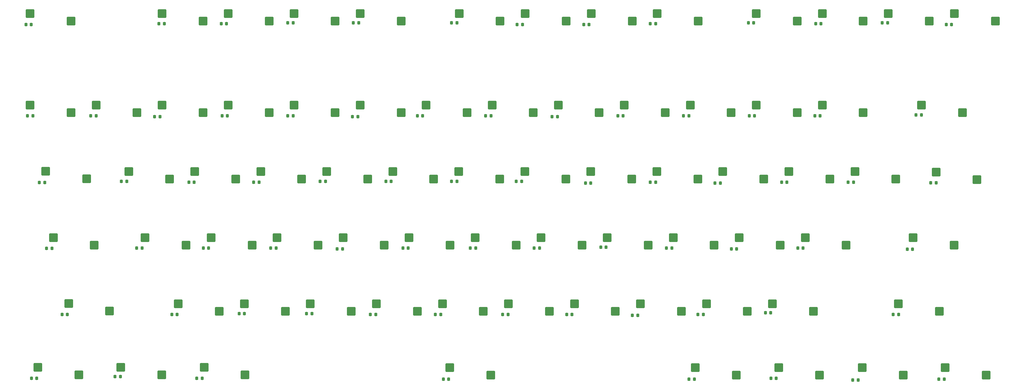
<source format=gbr>
%TF.GenerationSoftware,KiCad,Pcbnew,8.0.8*%
%TF.CreationDate,2025-01-25T15:20:35-08:00*%
%TF.ProjectId,CustomKeyboard,43757374-6f6d-44b6-9579-626f6172642e,rev?*%
%TF.SameCoordinates,Original*%
%TF.FileFunction,Paste,Bot*%
%TF.FilePolarity,Positive*%
%FSLAX46Y46*%
G04 Gerber Fmt 4.6, Leading zero omitted, Abs format (unit mm)*
G04 Created by KiCad (PCBNEW 8.0.8) date 2025-01-25 15:20:35*
%MOMM*%
%LPD*%
G01*
G04 APERTURE LIST*
G04 Aperture macros list*
%AMRoundRect*
0 Rectangle with rounded corners*
0 $1 Rounding radius*
0 $2 $3 $4 $5 $6 $7 $8 $9 X,Y pos of 4 corners*
0 Add a 4 corners polygon primitive as box body*
4,1,4,$2,$3,$4,$5,$6,$7,$8,$9,$2,$3,0*
0 Add four circle primitives for the rounded corners*
1,1,$1+$1,$2,$3*
1,1,$1+$1,$4,$5*
1,1,$1+$1,$6,$7*
1,1,$1+$1,$8,$9*
0 Add four rect primitives between the rounded corners*
20,1,$1+$1,$2,$3,$4,$5,0*
20,1,$1+$1,$4,$5,$6,$7,0*
20,1,$1+$1,$6,$7,$8,$9,0*
20,1,$1+$1,$8,$9,$2,$3,0*%
G04 Aperture macros list end*
%ADD10RoundRect,0.250000X-1.025000X-1.000000X1.025000X-1.000000X1.025000X1.000000X-1.025000X1.000000X0*%
%ADD11RoundRect,0.218750X0.218750X0.256250X-0.218750X0.256250X-0.218750X-0.256250X0.218750X-0.256250X0*%
G04 APERTURE END LIST*
D10*
%TO.C,SW_]1*%
X280450000Y-86300000D03*
X292450000Y-88500000D03*
%TD*%
%TO.C,SW_\u005C1*%
X304250000Y-86500000D03*
X316250000Y-88700000D03*
%TD*%
%TO.C,SW_[1*%
X261100000Y-86300000D03*
X273100000Y-88500000D03*
%TD*%
%TO.C,SW_Z1*%
X82150000Y-125100000D03*
X94150000Y-127300000D03*
%TD*%
%TO.C,SW_Y1*%
X164350000Y-86300000D03*
X176350000Y-88500000D03*
%TD*%
%TO.C,SW_X1*%
X101500000Y-125100000D03*
X113500000Y-127300000D03*
%TD*%
%TO.C,SW_W1*%
X86950000Y-86300000D03*
X98950000Y-88500000D03*
%TD*%
%TO.C,SW_V1*%
X140200000Y-125100000D03*
X152200000Y-127300000D03*
%TD*%
%TO.C,SW_U1*%
X183700000Y-86300000D03*
X195700000Y-88500000D03*
%TD*%
%TO.C,SW_TILDE1*%
X38700000Y-66900000D03*
X50700000Y-69100000D03*
%TD*%
%TO.C,SW_TAB1*%
X43250000Y-86250000D03*
X55250000Y-88450000D03*
%TD*%
%TO.C,SW_T1*%
X145000000Y-86300000D03*
X157000000Y-88500000D03*
%TD*%
%TO.C,SW_SPACE1*%
X161700000Y-143792500D03*
X173700000Y-145992500D03*
%TD*%
%TO.C,SW_S1*%
X91750000Y-105700000D03*
X103750000Y-107900000D03*
%TD*%
%TO.C,SW_RWIN1*%
X258100000Y-143850000D03*
X270100000Y-146050000D03*
%TD*%
%TO.C,SW_RSHIFT1*%
X293202500Y-125080000D03*
X305202500Y-127280000D03*
%TD*%
%TO.C,SW_RCTRL1*%
X306900000Y-143850000D03*
X318900000Y-146050000D03*
%TD*%
%TO.C,SW_RC1*%
X282600000Y-143850000D03*
X294600000Y-146050000D03*
%TD*%
%TO.C,SW_RALT1*%
X233700000Y-143850000D03*
X245700000Y-146050000D03*
%TD*%
%TO.C,SW_R1*%
X125650000Y-86300000D03*
X137650000Y-88500000D03*
%TD*%
%TO.C,SW_Q1*%
X67600000Y-86300000D03*
X79600000Y-88500000D03*
%TD*%
%TO.C,SW_P1*%
X241750000Y-86300000D03*
X253750000Y-88500000D03*
%TD*%
%TO.C,SW_O1*%
X222400000Y-86300000D03*
X234400000Y-88500000D03*
%TD*%
%TO.C,SW_N1*%
X178900000Y-125100000D03*
X190900000Y-127300000D03*
%TD*%
%TO.C,SW_M1*%
X198250000Y-125100000D03*
X210250000Y-127300000D03*
%TD*%
%TO.C,SW_LWIN1*%
X65300000Y-143750000D03*
X77300000Y-145950000D03*
%TD*%
%TO.C,SW_LSHIFT1*%
X50000000Y-125000000D03*
X62000000Y-127200000D03*
%TD*%
%TO.C,SW_LCTRL1*%
X41000000Y-143750000D03*
X53000000Y-145950000D03*
%TD*%
%TO.C,SW_LALT1*%
X89700000Y-143750000D03*
X101700000Y-145950000D03*
%TD*%
%TO.C,SW_L1*%
X227200000Y-105700000D03*
X239200000Y-107900000D03*
%TD*%
%TO.C,SW_K1*%
X207850000Y-105700000D03*
X219850000Y-107900000D03*
%TD*%
%TO.C,SW_J1*%
X188500000Y-105700000D03*
X200500000Y-107900000D03*
%TD*%
%TO.C,SW_I1*%
X203050000Y-86300000D03*
X215050000Y-88500000D03*
%TD*%
%TO.C,SW_H1*%
X169150000Y-105700000D03*
X181150000Y-107900000D03*
%TD*%
%TO.C,SW_G1*%
X149800000Y-105700000D03*
X161800000Y-107900000D03*
%TD*%
%TO.C,SW_FKEY1*%
X130450000Y-105700000D03*
X142450000Y-107900000D03*
%TD*%
%TO.C,SW_F12*%
X309600000Y-40000000D03*
X321600000Y-42200000D03*
%TD*%
%TO.C,SW_F11*%
X290250000Y-40000000D03*
X302250000Y-42200000D03*
%TD*%
%TO.C,SW_F10*%
X270900000Y-40000000D03*
X282900000Y-42200000D03*
%TD*%
%TO.C,SW_F9*%
X251550000Y-40000000D03*
X263550000Y-42200000D03*
%TD*%
%TO.C,SW_F8*%
X222525000Y-40000000D03*
X234525000Y-42200000D03*
%TD*%
%TO.C,SW_F7*%
X203175000Y-40000000D03*
X215175000Y-42200000D03*
%TD*%
%TO.C,SW_F6*%
X183825000Y-40000000D03*
X195825000Y-42200000D03*
%TD*%
%TO.C,SW_F5*%
X164475000Y-40000000D03*
X176475000Y-42200000D03*
%TD*%
%TO.C,SW_F4*%
X135450000Y-40000000D03*
X147450000Y-42200000D03*
%TD*%
%TO.C,SW_F3*%
X116100000Y-40000000D03*
X128100000Y-42200000D03*
%TD*%
%TO.C,SW_F2*%
X96750000Y-40000000D03*
X108750000Y-42200000D03*
%TD*%
%TO.C,SW_F1*%
X77400000Y-40000000D03*
X89400000Y-42200000D03*
%TD*%
%TO.C,SW_ESC1*%
X50700000Y-42200000D03*
X38700000Y-40000000D03*
%TD*%
%TO.C,SW_ENTER1*%
X297500000Y-105750000D03*
X309500000Y-107950000D03*
%TD*%
%TO.C,SW_E1*%
X106300000Y-86300000D03*
X118300000Y-88500000D03*
%TD*%
%TO.C,SW_D1*%
X111100000Y-105700000D03*
X123100000Y-107900000D03*
%TD*%
%TO.C,SW_CAPS1*%
X45500000Y-105750000D03*
X57500000Y-107950000D03*
%TD*%
%TO.C,SW_C1*%
X120850000Y-125100000D03*
X132850000Y-127300000D03*
%TD*%
%TO.C,SW_BACK1*%
X300000000Y-66851000D03*
X312000000Y-69051000D03*
%TD*%
%TO.C,SW_B1*%
X159550000Y-125100000D03*
X171550000Y-127300000D03*
%TD*%
%TO.C,SW_A1*%
X72400000Y-105700000D03*
X84400000Y-107900000D03*
%TD*%
%TO.C,SW_=1*%
X270900000Y-66900000D03*
X282900000Y-69100000D03*
%TD*%
%TO.C,SW_;1*%
X246550000Y-105700000D03*
X258550000Y-107900000D03*
%TD*%
%TO.C,SW_9*%
X212850000Y-66900000D03*
X224850000Y-69100000D03*
%TD*%
%TO.C,SW_8*%
X193500000Y-66900000D03*
X205500000Y-69100000D03*
%TD*%
%TO.C,SW_7*%
X174150000Y-66900000D03*
X186150000Y-69100000D03*
%TD*%
%TO.C,SW_6*%
X154800000Y-66900000D03*
X166800000Y-69100000D03*
%TD*%
%TO.C,SW_5*%
X135450000Y-66900000D03*
X147450000Y-69100000D03*
%TD*%
%TO.C,SW_4*%
X116100000Y-66900000D03*
X128100000Y-69100000D03*
%TD*%
%TO.C,SW_3*%
X96750000Y-66900000D03*
X108750000Y-69100000D03*
%TD*%
%TO.C,SW_2*%
X77400000Y-66900000D03*
X89400000Y-69100000D03*
%TD*%
%TO.C,SW_1*%
X58050000Y-66900000D03*
X70050000Y-69100000D03*
%TD*%
%TO.C,SW_0*%
X232200000Y-66900000D03*
X244200000Y-69100000D03*
%TD*%
%TO.C,SW_/1*%
X256300000Y-125100000D03*
X268300000Y-127300000D03*
%TD*%
%TO.C,SW_.1*%
X236950000Y-125100000D03*
X248950000Y-127300000D03*
%TD*%
%TO.C,SW_-1*%
X251550000Y-66900000D03*
X263550000Y-69100000D03*
%TD*%
%TO.C,SW_\u002C1*%
X217600000Y-125100000D03*
X229600000Y-127300000D03*
%TD*%
%TO.C,SW_'1*%
X265900000Y-105700000D03*
X277900000Y-107900000D03*
%TD*%
D11*
%TO.C,D45*%
X115787500Y-42750000D03*
X114212500Y-42750000D03*
%TD*%
%TO.C,D21*%
X161397500Y-147230000D03*
X159822500Y-147230000D03*
%TD*%
%TO.C,D13*%
X236037500Y-128250000D03*
X234462500Y-128250000D03*
%TD*%
%TO.C,D39*%
X251037500Y-70000000D03*
X249462500Y-70000000D03*
%TD*%
%TO.C,D67*%
X280037500Y-89500000D03*
X278462500Y-89500000D03*
%TD*%
%TO.C,D53*%
X290037500Y-42750000D03*
X288462500Y-42750000D03*
%TD*%
%TO.C,D54*%
X308787500Y-43250000D03*
X307212500Y-43250000D03*
%TD*%
%TO.C,D3*%
X81787500Y-128250000D03*
X80212500Y-128250000D03*
%TD*%
%TO.C,D23*%
X257397500Y-146980000D03*
X255822500Y-146980000D03*
%TD*%
%TO.C,D48*%
X183037500Y-43250000D03*
X181462500Y-43250000D03*
%TD*%
%TO.C,D26*%
X306647500Y-147230000D03*
X305072500Y-147230000D03*
%TD*%
%TO.C,D73*%
X130287500Y-109000000D03*
X128712500Y-109000000D03*
%TD*%
%TO.C,D49*%
X202537500Y-43250000D03*
X200962500Y-43250000D03*
%TD*%
%TO.C,D51*%
X250787500Y-42750000D03*
X249212500Y-42750000D03*
%TD*%
%TO.C,D59*%
X125287500Y-89250000D03*
X123712500Y-89250000D03*
%TD*%
%TO.C,D46*%
X135037500Y-42750000D03*
X133462500Y-42750000D03*
%TD*%
%TO.C,D62*%
X182787500Y-89250000D03*
X181212500Y-89250000D03*
%TD*%
%TO.C,D47*%
X163787500Y-42750000D03*
X162212500Y-42750000D03*
%TD*%
%TO.C,D20*%
X115787500Y-70000000D03*
X114212500Y-70000000D03*
%TD*%
%TO.C,D10*%
X76787500Y-70250000D03*
X75212500Y-70250000D03*
%TD*%
%TO.C,D16*%
X293250000Y-128250000D03*
X291675000Y-128250000D03*
%TD*%
%TO.C,D75*%
X169287500Y-108750000D03*
X167712500Y-108750000D03*
%TD*%
%TO.C,D9*%
X178787500Y-128250000D03*
X177212500Y-128250000D03*
%TD*%
%TO.C,D58*%
X105787500Y-89500000D03*
X104212500Y-89500000D03*
%TD*%
%TO.C,D15*%
X255787500Y-127750000D03*
X254212500Y-127750000D03*
%TD*%
%TO.C,D66*%
X260537500Y-89500000D03*
X258962500Y-89500000D03*
%TD*%
%TO.C,D65*%
X241037500Y-89750000D03*
X239462500Y-89750000D03*
%TD*%
%TO.C,D1*%
X39537500Y-70000000D03*
X37962500Y-70000000D03*
%TD*%
%TO.C,D14*%
X96537500Y-70000000D03*
X94962500Y-70000000D03*
%TD*%
%TO.C,D25*%
X134787500Y-70250000D03*
X133212500Y-70250000D03*
%TD*%
%TO.C,D71*%
X91037500Y-108750000D03*
X89462500Y-108750000D03*
%TD*%
%TO.C,D37*%
X212537500Y-70000000D03*
X210962500Y-70000000D03*
%TD*%
%TO.C,D81*%
X297367500Y-109130000D03*
X295792500Y-109130000D03*
%TD*%
%TO.C,D42*%
X39037500Y-43250000D03*
X37462500Y-43250000D03*
%TD*%
%TO.C,D63*%
X203037500Y-89750000D03*
X201462500Y-89750000D03*
%TD*%
%TO.C,D11*%
X197537500Y-128250000D03*
X195962500Y-128250000D03*
%TD*%
%TO.C,D64*%
X220462500Y-89500000D03*
X222037500Y-89500000D03*
%TD*%
%TO.C,D38*%
X231787500Y-70000000D03*
X230212500Y-70000000D03*
%TD*%
%TO.C,D68*%
X304247500Y-89680000D03*
X302672500Y-89680000D03*
%TD*%
%TO.C,D18*%
X65147500Y-146480000D03*
X63572500Y-146480000D03*
%TD*%
%TO.C,D76*%
X186462500Y-108750000D03*
X188037500Y-108750000D03*
%TD*%
%TO.C,D17*%
X40647500Y-146980000D03*
X39072500Y-146980000D03*
%TD*%
%TO.C,D60*%
X144537500Y-89250000D03*
X142962500Y-89250000D03*
%TD*%
%TO.C,D72*%
X110787500Y-108750000D03*
X109212500Y-108750000D03*
%TD*%
%TO.C,D52*%
X270537500Y-43000000D03*
X268962500Y-43000000D03*
%TD*%
%TO.C,D6*%
X121287500Y-128000000D03*
X119712500Y-128000000D03*
%TD*%
%TO.C,D77*%
X207537500Y-108500000D03*
X205962500Y-108500000D03*
%TD*%
%TO.C,D43*%
X78037500Y-43000000D03*
X76462500Y-43000000D03*
%TD*%
%TO.C,D50*%
X222037500Y-43000000D03*
X220462500Y-43000000D03*
%TD*%
%TO.C,D80*%
X265287500Y-108750000D03*
X263712500Y-108750000D03*
%TD*%
%TO.C,D4*%
X101537500Y-128000000D03*
X99962500Y-128000000D03*
%TD*%
%TO.C,D57*%
X86787500Y-89500000D03*
X85212500Y-89500000D03*
%TD*%
%TO.C,D40*%
X270287500Y-70000000D03*
X268712500Y-70000000D03*
%TD*%
%TO.C,D5*%
X58037500Y-70000000D03*
X56462500Y-70000000D03*
%TD*%
%TO.C,D22*%
X233397500Y-147230000D03*
X231822500Y-147230000D03*
%TD*%
%TO.C,D41*%
X299967500Y-69781000D03*
X298392500Y-69781000D03*
%TD*%
%TO.C,D69*%
X45117500Y-108900000D03*
X43542500Y-108900000D03*
%TD*%
%TO.C,D36*%
X193287500Y-70250000D03*
X191712500Y-70250000D03*
%TD*%
%TO.C,D35*%
X173787500Y-70000000D03*
X172212500Y-70000000D03*
%TD*%
%TO.C,D12*%
X216787500Y-128500000D03*
X215212500Y-128500000D03*
%TD*%
%TO.C,D79*%
X245787500Y-109000000D03*
X244212500Y-109000000D03*
%TD*%
%TO.C,D44*%
X96287500Y-43000000D03*
X94712500Y-43000000D03*
%TD*%
%TO.C,D55*%
X41422500Y-89530000D03*
X42997500Y-89530000D03*
%TD*%
%TO.C,D56*%
X67037500Y-89250000D03*
X65462500Y-89250000D03*
%TD*%
%TO.C,D2*%
X49627500Y-128230000D03*
X48052500Y-128230000D03*
%TD*%
%TO.C,D24*%
X281397500Y-147480000D03*
X279822500Y-147480000D03*
%TD*%
%TO.C,D31*%
X153787500Y-70000000D03*
X152212500Y-70000000D03*
%TD*%
%TO.C,D78*%
X226787500Y-108750000D03*
X225212500Y-108750000D03*
%TD*%
%TO.C,D8*%
X159037500Y-128250000D03*
X157462500Y-128250000D03*
%TD*%
%TO.C,D74*%
X149537500Y-108750000D03*
X147962500Y-108750000D03*
%TD*%
%TO.C,D7*%
X140037500Y-128250000D03*
X138462500Y-128250000D03*
%TD*%
%TO.C,D61*%
X163787500Y-89250000D03*
X162212500Y-89250000D03*
%TD*%
%TO.C,D19*%
X89147500Y-146980000D03*
X87572500Y-146980000D03*
%TD*%
%TO.C,D70*%
X69962500Y-108750000D03*
X71537500Y-108750000D03*
%TD*%
M02*

</source>
